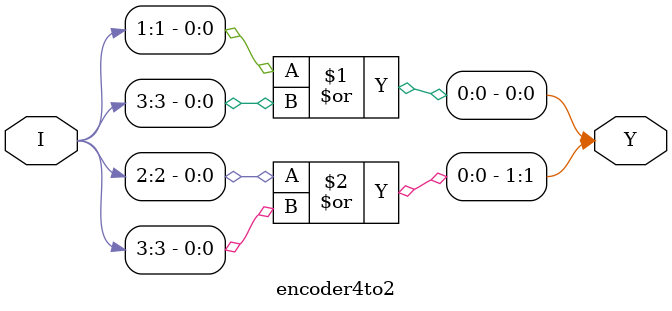
<source format=v>
module encoder4to2 (
    input  [3:0] I,   
    output [1:0] Y    
);
    assign Y[0] = I[1] | I[3];  
    assign Y[1] = I[2] | I[3];  
endmodule


</source>
